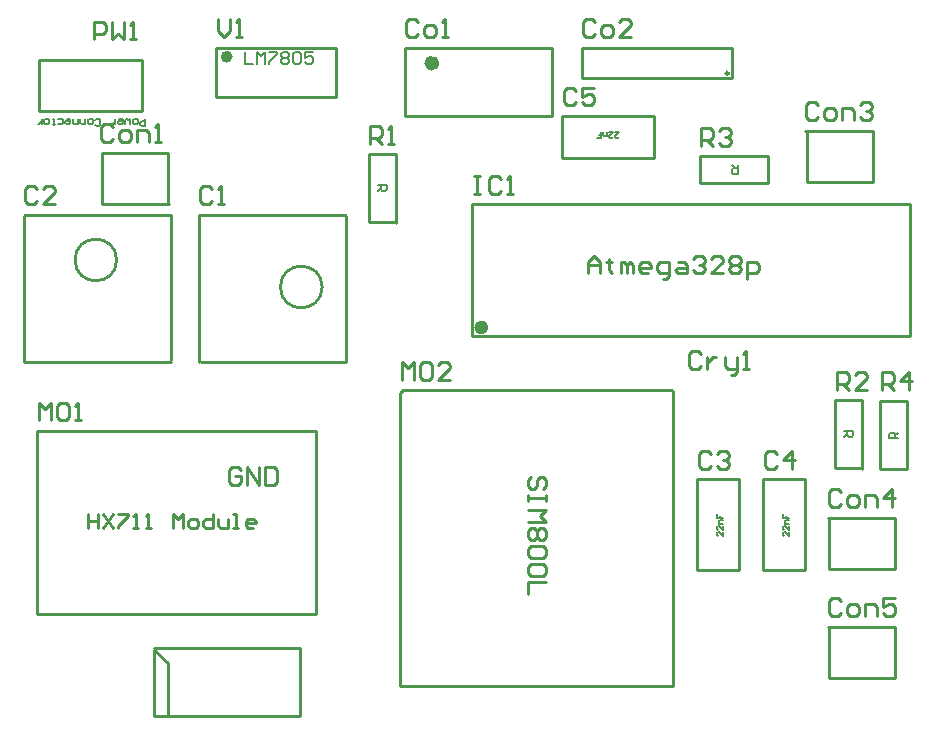
<source format=gto>
G04*
G04 #@! TF.GenerationSoftware,Altium Limited,Altium Designer,19.0.15 (446)*
G04*
G04 Layer_Color=65535*
%FSLAX44Y44*%
%MOMM*%
G71*
G01*
G75*
%ADD10C,0.5080*%
%ADD11C,0.2540*%
%ADD12C,0.7620*%
%ADD13C,0.6350*%
%ADD14C,0.1778*%
%ADD15C,0.1524*%
%ADD16C,0.1270*%
D10*
X594648Y1161449D02*
G03*
X594648Y1161449I-2540J0D01*
G01*
D11*
X498973Y989370D02*
G03*
X498973Y989370I-17643J0D01*
G01*
X672963Y966470D02*
G03*
X672963Y966470I-17643J0D01*
G01*
X1017270Y1147479D02*
G03*
X1017270Y1147479I-1270J0D01*
G01*
X433070Y1115060D02*
X520700D01*
X433070D02*
Y1158240D01*
X520700D01*
Y1115060D02*
Y1158240D01*
X431800Y689610D02*
Y844550D01*
Y689610D02*
X668020D01*
Y844550D01*
X431800D02*
X668020D01*
X1102360Y727349D02*
Y769259D01*
Y727349D02*
X1158240D01*
Y770529D01*
X1101090D02*
X1158240D01*
X583218Y1127160D02*
Y1169070D01*
Y1127160D02*
X684818D01*
Y1169070D01*
X583218D02*
X684818D01*
X542290Y1037590D02*
Y1079500D01*
X486410D02*
X542290D01*
X486410Y1036320D02*
Y1079500D01*
Y1036320D02*
X543560D01*
X530860Y660400D02*
X654050D01*
Y603250D02*
Y660400D01*
X530860Y603250D02*
X654050D01*
X530860D02*
Y659130D01*
X542290Y647700D01*
Y603250D02*
Y647700D01*
X420370Y903010D02*
X543560D01*
X544830D01*
Y904280D02*
Y1027470D01*
X421640D02*
X544830D01*
X420370Y1026200D02*
X421640Y1027470D01*
X420370Y903010D02*
Y1026200D01*
X568960Y904240D02*
Y1027430D01*
Y902970D02*
Y904240D01*
X570230Y902970D02*
X693420D01*
Y1026160D01*
X692150Y1027430D02*
X693420Y1026160D01*
X568960Y1027430D02*
X692150D01*
X970280Y628650D02*
Y877570D01*
X739140Y628650D02*
X970280D01*
X739140D02*
Y876300D01*
X741680Y878840D01*
X969010D01*
X970280Y877570D01*
X742950Y1111569D02*
Y1168718D01*
Y1111569D02*
X867410D01*
Y1168718D01*
X742950D02*
X867410D01*
X712470Y1078814D02*
X735470D01*
X712470Y1021080D02*
Y1078814D01*
Y1021080D02*
X735330D01*
X735470Y1020940D02*
Y1078814D01*
X1170940Y924560D02*
Y929640D01*
X800100Y924560D02*
X1170940D01*
X800100Y1036320D02*
X1170940D01*
Y929640D02*
Y1036320D01*
X800100Y924560D02*
Y1036320D01*
X990600Y726440D02*
X1026160D01*
Y803910D01*
X990600D02*
X1026160D01*
X990600Y726440D02*
Y803910D01*
X1083310Y1055009D02*
Y1096919D01*
Y1055009D02*
X1139190D01*
Y1098189D01*
X1082040D02*
X1139190D01*
X1046480Y726440D02*
X1082040D01*
Y803910D01*
X1046480D02*
X1082040D01*
X1046480Y726440D02*
Y803910D01*
X1050874Y1054100D02*
Y1077100D01*
X993140D02*
X1050874D01*
X993140Y1054240D02*
Y1077100D01*
X993000Y1054100D02*
X1050874D01*
X1107440Y870534D02*
X1130440D01*
X1107440Y812800D02*
Y870534D01*
Y812800D02*
X1130300D01*
X1130440Y812660D02*
Y870534D01*
X1145400Y812216D02*
X1168400D01*
Y869950D01*
X1145540D02*
X1168400D01*
X1145400Y812216D02*
Y870090D01*
X1102360Y635000D02*
Y676910D01*
Y635000D02*
X1158240D01*
Y678180D01*
X1101090D02*
X1158240D01*
X953770Y1075690D02*
Y1111250D01*
X876300D02*
X953770D01*
X876300Y1075690D02*
Y1111250D01*
Y1075690D02*
X953770D01*
X892810Y1143670D02*
X1019810D01*
X892810D02*
Y1169070D01*
X1019810D01*
Y1143670D02*
Y1169070D01*
X480060Y1176020D02*
Y1191255D01*
X487677D01*
X490217Y1188716D01*
Y1183637D01*
X487677Y1181098D01*
X480060D01*
X495295Y1191255D02*
Y1176020D01*
X500373Y1181098D01*
X505452Y1176020D01*
Y1191255D01*
X510530Y1176020D02*
X515608D01*
X513069D01*
Y1191255D01*
X510530Y1188716D01*
X433070Y853440D02*
Y868675D01*
X438148Y863597D01*
X443227Y868675D01*
Y853440D01*
X455923Y868675D02*
X450844D01*
X448305Y866136D01*
Y855979D01*
X450844Y853440D01*
X455923D01*
X458462Y855979D01*
Y866136D01*
X455923Y868675D01*
X463540Y853440D02*
X468619D01*
X466079D01*
Y868675D01*
X463540Y866136D01*
X604517Y811526D02*
X601978Y814065D01*
X596899D01*
X594360Y811526D01*
Y801369D01*
X596899Y798830D01*
X601978D01*
X604517Y801369D01*
Y806448D01*
X599438D01*
X609595Y798830D02*
Y814065D01*
X619752Y798830D01*
Y814065D01*
X624830D02*
Y798830D01*
X632448D01*
X634987Y801369D01*
Y811526D01*
X632448Y814065D01*
X624830D01*
X474980Y774696D02*
Y762000D01*
Y768348D01*
X483444D01*
Y774696D01*
Y762000D01*
X487676Y774696D02*
X496140Y762000D01*
Y774696D02*
X487676Y762000D01*
X500372Y774696D02*
X508836D01*
Y772580D01*
X500372Y764116D01*
Y762000D01*
X513068D02*
X517300D01*
X515184D01*
Y774696D01*
X513068Y772580D01*
X523648Y762000D02*
X527879D01*
X525764D01*
Y774696D01*
X523648Y772580D01*
X546923Y762000D02*
Y774696D01*
X551155Y770464D01*
X555387Y774696D01*
Y762000D01*
X561735D02*
X565967D01*
X568083Y764116D01*
Y768348D01*
X565967Y770464D01*
X561735D01*
X559619Y768348D01*
Y764116D01*
X561735Y762000D01*
X580779Y774696D02*
Y762000D01*
X574431D01*
X572315Y764116D01*
Y768348D01*
X574431Y770464D01*
X580779D01*
X585011D02*
Y764116D01*
X587127Y762000D01*
X593475D01*
Y770464D01*
X597707Y762000D02*
X601939D01*
X599823D01*
Y774696D01*
X597707D01*
X614635Y762000D02*
X610403D01*
X608287Y764116D01*
Y768348D01*
X610403Y770464D01*
X614635D01*
X616751Y768348D01*
Y766232D01*
X608287D01*
X1112136Y793004D02*
X1109596Y795543D01*
X1104518D01*
X1101979Y793004D01*
Y782847D01*
X1104518Y780308D01*
X1109596D01*
X1112136Y782847D01*
X1119753Y780308D02*
X1124832D01*
X1127371Y782847D01*
Y787925D01*
X1124832Y790464D01*
X1119753D01*
X1117214Y787925D01*
Y782847D01*
X1119753Y780308D01*
X1132449D02*
Y790464D01*
X1140067D01*
X1142606Y787925D01*
Y780308D01*
X1155302D02*
Y795543D01*
X1147684Y787925D01*
X1157841D01*
X993391Y909824D02*
X990852Y912363D01*
X985773D01*
X983234Y909824D01*
Y899667D01*
X985773Y897128D01*
X990852D01*
X993391Y899667D01*
X998469Y907285D02*
Y897128D01*
Y902206D01*
X1001008Y904745D01*
X1003547Y907285D01*
X1006087D01*
X1013704D02*
Y899667D01*
X1016243Y897128D01*
X1023861D01*
Y894589D01*
X1021322Y892050D01*
X1018783D01*
X1023861Y897128D02*
Y907285D01*
X1028939Y897128D02*
X1034018D01*
X1031478D01*
Y912363D01*
X1028939Y909824D01*
X584488Y1193194D02*
Y1183038D01*
X589566Y1177959D01*
X594645Y1183038D01*
Y1193194D01*
X599723Y1177959D02*
X604802D01*
X602262D01*
Y1193194D01*
X599723Y1190655D01*
X496313Y1102102D02*
X493773Y1104641D01*
X488695D01*
X486156Y1102102D01*
Y1091945D01*
X488695Y1089406D01*
X493773D01*
X496313Y1091945D01*
X503930Y1089406D02*
X509009D01*
X511548Y1091945D01*
Y1097023D01*
X509009Y1099563D01*
X503930D01*
X501391Y1097023D01*
Y1091945D01*
X503930Y1089406D01*
X516626D02*
Y1099563D01*
X524244D01*
X526783Y1097023D01*
Y1089406D01*
X531861D02*
X536940D01*
X534400D01*
Y1104641D01*
X531861Y1102102D01*
X431543Y1049056D02*
X429003Y1051595D01*
X423925D01*
X421386Y1049056D01*
Y1038899D01*
X423925Y1036360D01*
X429003D01*
X431543Y1038899D01*
X446778Y1036360D02*
X436621D01*
X446778Y1046517D01*
Y1049056D01*
X444239Y1051595D01*
X439160D01*
X436621Y1049056D01*
X580006Y1049143D02*
X577467Y1051682D01*
X572388D01*
X569849Y1049143D01*
Y1038986D01*
X572388Y1036447D01*
X577467D01*
X580006Y1038986D01*
X585084Y1036447D02*
X590162D01*
X587623D01*
Y1051682D01*
X585084Y1049143D01*
X740410Y887730D02*
Y902965D01*
X745488Y897887D01*
X750567Y902965D01*
Y887730D01*
X763263Y902965D02*
X758184D01*
X755645Y900426D01*
Y890269D01*
X758184Y887730D01*
X763263D01*
X765802Y890269D01*
Y900426D01*
X763263Y902965D01*
X781037Y887730D02*
X770880D01*
X781037Y897887D01*
Y900426D01*
X778498Y902965D01*
X773419D01*
X770880Y900426D01*
X859786Y795023D02*
X862325Y797562D01*
Y802641D01*
X859786Y805180D01*
X857247D01*
X854707Y802641D01*
Y797562D01*
X852168Y795023D01*
X849629D01*
X847090Y797562D01*
Y802641D01*
X849629Y805180D01*
X862325Y789945D02*
Y784867D01*
Y787406D01*
X847090D01*
Y789945D01*
Y784867D01*
Y777249D02*
X862325D01*
X857247Y772171D01*
X862325Y767092D01*
X847090D01*
X859786Y762014D02*
X862325Y759475D01*
Y754396D01*
X859786Y751857D01*
X857247D01*
X854707Y754396D01*
X852168Y751857D01*
X849629D01*
X847090Y754396D01*
Y759475D01*
X849629Y762014D01*
X852168D01*
X854707Y759475D01*
X857247Y762014D01*
X859786D01*
X854707Y759475D02*
Y754396D01*
X859786Y746779D02*
X862325Y744240D01*
Y739161D01*
X859786Y736622D01*
X849629D01*
X847090Y739161D01*
Y744240D01*
X849629Y746779D01*
X859786D01*
Y731544D02*
X862325Y729005D01*
Y723926D01*
X859786Y721387D01*
X849629D01*
X847090Y723926D01*
Y729005D01*
X849629Y731544D01*
X859786D01*
X862325Y716309D02*
X847090D01*
Y706152D01*
X754377Y1190558D02*
X751837Y1193098D01*
X746759D01*
X744220Y1190558D01*
Y1180402D01*
X746759Y1177863D01*
X751837D01*
X754377Y1180402D01*
X761994Y1177863D02*
X767073D01*
X769612Y1180402D01*
Y1185480D01*
X767073Y1188019D01*
X761994D01*
X759455Y1185480D01*
Y1180402D01*
X761994Y1177863D01*
X774690D02*
X779769D01*
X777229D01*
Y1193098D01*
X774690Y1190558D01*
X713740Y1087628D02*
Y1102863D01*
X721357D01*
X723897Y1100324D01*
Y1095246D01*
X721357Y1092706D01*
X713740D01*
X718818D02*
X723897Y1087628D01*
X728975D02*
X734053D01*
X731514D01*
Y1102863D01*
X728975Y1100324D01*
X801370Y1060445D02*
X806448D01*
X803909D01*
Y1045210D01*
X801370D01*
X806448D01*
X824223Y1057906D02*
X821683Y1060445D01*
X816605D01*
X814066Y1057906D01*
Y1047749D01*
X816605Y1045210D01*
X821683D01*
X824223Y1047749D01*
X829301Y1045210D02*
X834379D01*
X831840D01*
Y1060445D01*
X829301Y1057906D01*
X897890Y977900D02*
Y988057D01*
X902968Y993135D01*
X908047Y988057D01*
Y977900D01*
Y985518D01*
X897890D01*
X915664Y990596D02*
Y988057D01*
X913125D01*
X918203D01*
X915664D01*
Y980439D01*
X918203Y977900D01*
X925821D02*
Y988057D01*
X928360D01*
X930899Y985518D01*
Y977900D01*
Y985518D01*
X933438Y988057D01*
X935978Y985518D01*
Y977900D01*
X948674D02*
X943595D01*
X941056Y980439D01*
Y985518D01*
X943595Y988057D01*
X948674D01*
X951213Y985518D01*
Y982978D01*
X941056D01*
X961369Y972822D02*
X963909D01*
X966448Y975361D01*
Y988057D01*
X958830D01*
X956291Y985518D01*
Y980439D01*
X958830Y977900D01*
X966448D01*
X974065Y988057D02*
X979144D01*
X981683Y985518D01*
Y977900D01*
X974065D01*
X971526Y980439D01*
X974065Y982978D01*
X981683D01*
X986761Y990596D02*
X989300Y993135D01*
X994379D01*
X996918Y990596D01*
Y988057D01*
X994379Y985518D01*
X991840D01*
X994379D01*
X996918Y982978D01*
Y980439D01*
X994379Y977900D01*
X989300D01*
X986761Y980439D01*
X1012153Y977900D02*
X1001996D01*
X1012153Y988057D01*
Y990596D01*
X1009614Y993135D01*
X1004536D01*
X1001996Y990596D01*
X1017231D02*
X1019771Y993135D01*
X1024849D01*
X1027388Y990596D01*
Y988057D01*
X1024849Y985518D01*
X1027388Y982978D01*
Y980439D01*
X1024849Y977900D01*
X1019771D01*
X1017231Y980439D01*
Y982978D01*
X1019771Y985518D01*
X1017231Y988057D01*
Y990596D01*
X1019771Y985518D02*
X1024849D01*
X1032467Y972822D02*
Y988057D01*
X1040084D01*
X1042623Y985518D01*
Y980439D01*
X1040084Y977900D01*
X1032467D01*
X1001900Y825369D02*
X999361Y827908D01*
X994282D01*
X991743Y825369D01*
Y815212D01*
X994282Y812673D01*
X999361D01*
X1001900Y815212D01*
X1006978Y825369D02*
X1009517Y827908D01*
X1014596D01*
X1017135Y825369D01*
Y822830D01*
X1014596Y820291D01*
X1012056D01*
X1014596D01*
X1017135Y817751D01*
Y815212D01*
X1014596Y812673D01*
X1009517D01*
X1006978Y815212D01*
X1093213Y1120791D02*
X1090674Y1123330D01*
X1085595D01*
X1083056Y1120791D01*
Y1110634D01*
X1085595Y1108095D01*
X1090674D01*
X1093213Y1110634D01*
X1100830Y1108095D02*
X1105909D01*
X1108448Y1110634D01*
Y1115712D01*
X1105909Y1118251D01*
X1100830D01*
X1098291Y1115712D01*
Y1110634D01*
X1100830Y1108095D01*
X1113526D02*
Y1118251D01*
X1121144D01*
X1123683Y1115712D01*
Y1108095D01*
X1128761Y1120791D02*
X1131300Y1123330D01*
X1136379D01*
X1138918Y1120791D01*
Y1118251D01*
X1136379Y1115712D01*
X1133840D01*
X1136379D01*
X1138918Y1113173D01*
Y1110634D01*
X1136379Y1108095D01*
X1131300D01*
X1128761Y1110634D01*
X1057780Y825369D02*
X1055240Y827908D01*
X1050162D01*
X1047623Y825369D01*
Y815212D01*
X1050162Y812673D01*
X1055240D01*
X1057780Y815212D01*
X1070476Y812673D02*
Y827908D01*
X1062858Y820291D01*
X1073015D01*
X994156Y1085990D02*
Y1101225D01*
X1001774D01*
X1004313Y1098686D01*
Y1093607D01*
X1001774Y1091068D01*
X994156D01*
X999234D02*
X1004313Y1085990D01*
X1009391Y1098686D02*
X1011930Y1101225D01*
X1017009D01*
X1019548Y1098686D01*
Y1096146D01*
X1017009Y1093607D01*
X1014469D01*
X1017009D01*
X1019548Y1091068D01*
Y1088529D01*
X1017009Y1085990D01*
X1011930D01*
X1009391Y1088529D01*
X1108710Y879348D02*
Y894583D01*
X1116328D01*
X1118867Y892044D01*
Y886965D01*
X1116328Y884426D01*
X1108710D01*
X1113788D02*
X1118867Y879348D01*
X1134102D02*
X1123945D01*
X1134102Y889505D01*
Y892044D01*
X1131563Y894583D01*
X1126484D01*
X1123945Y892044D01*
X1146683Y878967D02*
Y894202D01*
X1154301D01*
X1156840Y891663D01*
Y886584D01*
X1154301Y884045D01*
X1146683D01*
X1151761D02*
X1156840Y878967D01*
X1169536D02*
Y894202D01*
X1161918Y886584D01*
X1172075D01*
X1112136Y700655D02*
X1109596Y703194D01*
X1104518D01*
X1101979Y700655D01*
Y690498D01*
X1104518Y687959D01*
X1109596D01*
X1112136Y690498D01*
X1119753Y687959D02*
X1124831D01*
X1127371Y690498D01*
Y695576D01*
X1124831Y698116D01*
X1119753D01*
X1117214Y695576D01*
Y690498D01*
X1119753Y687959D01*
X1132449D02*
Y698116D01*
X1140067D01*
X1142606Y695576D01*
Y687959D01*
X1157841Y703194D02*
X1147684D01*
Y695576D01*
X1152763Y698116D01*
X1155302D01*
X1157841Y695576D01*
Y690498D01*
X1155302Y687959D01*
X1150223D01*
X1147684Y690498D01*
X887727Y1132836D02*
X885188Y1135375D01*
X880109D01*
X877570Y1132836D01*
Y1122679D01*
X880109Y1120140D01*
X885188D01*
X887727Y1122679D01*
X902962Y1135375D02*
X892805D01*
Y1127757D01*
X897883Y1130297D01*
X900423D01*
X902962Y1127757D01*
Y1122679D01*
X900423Y1120140D01*
X895344D01*
X892805Y1122679D01*
X904237Y1190655D02*
X901697Y1193194D01*
X896619D01*
X894080Y1190655D01*
Y1180499D01*
X896619Y1177959D01*
X901697D01*
X904237Y1180499D01*
X911854Y1177959D02*
X916933D01*
X919472Y1180499D01*
Y1185577D01*
X916933Y1188116D01*
X911854D01*
X909315Y1185577D01*
Y1180499D01*
X911854Y1177959D01*
X934707D02*
X924550D01*
X934707Y1188116D01*
Y1190655D01*
X932168Y1193194D01*
X927089D01*
X924550Y1190655D01*
D12*
X768350Y1156019D02*
G03*
X768350Y1156019I-2540J0D01*
G01*
D13*
X810260Y932180D02*
G03*
X810260Y932180I-2540J0D01*
G01*
D14*
X523240Y1108710D02*
Y1102362D01*
X520066D01*
X519008Y1103420D01*
Y1105536D01*
X520066Y1106594D01*
X523240D01*
X515834Y1108710D02*
X513718D01*
X512660Y1107652D01*
Y1105536D01*
X513718Y1104478D01*
X515834D01*
X516892Y1105536D01*
Y1107652D01*
X515834Y1108710D01*
X510544Y1104478D02*
Y1107652D01*
X509486Y1108710D01*
X508428Y1107652D01*
X507370Y1108710D01*
X506312Y1107652D01*
Y1104478D01*
X501022Y1108710D02*
X503138D01*
X504196Y1107652D01*
Y1105536D01*
X503138Y1104478D01*
X501022D01*
X499964Y1105536D01*
Y1106594D01*
X504196D01*
X497848Y1104478D02*
Y1108710D01*
Y1106594D01*
X496790Y1105536D01*
X495732Y1104478D01*
X494674D01*
X480920Y1103420D02*
X481978Y1102362D01*
X484094D01*
X485152Y1103420D01*
Y1107652D01*
X484094Y1108710D01*
X481978D01*
X480920Y1107652D01*
X477746Y1108710D02*
X475630D01*
X474572Y1107652D01*
Y1105536D01*
X475630Y1104478D01*
X477746D01*
X478804Y1105536D01*
Y1107652D01*
X477746Y1108710D01*
X472457D02*
Y1104478D01*
X469282D01*
X468224Y1105536D01*
Y1108710D01*
X466109D02*
Y1104478D01*
X462934D01*
X461876Y1105536D01*
Y1108710D01*
X456587D02*
X458703D01*
X459761Y1107652D01*
Y1105536D01*
X458703Y1104478D01*
X456587D01*
X455529Y1105536D01*
Y1106594D01*
X459761D01*
X449181Y1104478D02*
X452355D01*
X453413Y1105536D01*
Y1107652D01*
X452355Y1108710D01*
X449181D01*
X446007Y1103420D02*
Y1104478D01*
X447065D01*
X444949D01*
X446007D01*
Y1107652D01*
X444949Y1108710D01*
X440717D02*
X438601D01*
X437543Y1107652D01*
Y1105536D01*
X438601Y1104478D01*
X440717D01*
X441775Y1105536D01*
Y1107652D01*
X440717Y1108710D01*
X435427Y1104478D02*
Y1108710D01*
Y1106594D01*
X434369Y1105536D01*
X433311Y1104478D01*
X432253D01*
D15*
X607348Y1165256D02*
Y1155099D01*
X614119D01*
X617505D02*
Y1165256D01*
X620890Y1161870D01*
X624276Y1165256D01*
Y1155099D01*
X627662Y1165256D02*
X634433D01*
Y1163563D01*
X627662Y1156792D01*
Y1155099D01*
X637818Y1163563D02*
X639511Y1165256D01*
X642897D01*
X644589Y1163563D01*
Y1161870D01*
X642897Y1160178D01*
X644589Y1158485D01*
Y1156792D01*
X642897Y1155099D01*
X639511D01*
X637818Y1156792D01*
Y1158485D01*
X639511Y1160178D01*
X637818Y1161870D01*
Y1163563D01*
X639511Y1160178D02*
X642897D01*
X647975Y1163563D02*
X649668Y1165256D01*
X653053D01*
X654746Y1163563D01*
Y1156792D01*
X653053Y1155099D01*
X649668D01*
X647975Y1156792D01*
Y1163563D01*
X664903Y1165256D02*
X658132D01*
Y1160178D01*
X661517Y1161870D01*
X663210D01*
X664903Y1160178D01*
Y1156792D01*
X663210Y1155099D01*
X659825D01*
X658132Y1156792D01*
D16*
X720090Y1052830D02*
X727708D01*
Y1049021D01*
X726438Y1047752D01*
X723899D01*
X722629Y1049021D01*
Y1052830D01*
Y1050291D02*
X720090Y1047752D01*
X1012190Y759036D02*
Y755650D01*
X1008804Y759036D01*
X1007958D01*
X1007112Y758189D01*
Y756496D01*
X1007958Y755650D01*
X1012190Y764114D02*
Y760728D01*
X1008804Y764114D01*
X1007958D01*
X1007112Y763268D01*
Y761575D01*
X1007958Y760728D01*
X1012190Y765807D02*
X1008804D01*
Y768346D01*
X1009651Y769192D01*
X1012190D01*
X1007112Y774271D02*
Y770885D01*
X1009651D01*
Y772578D01*
Y770885D01*
X1012190D01*
X1068070Y759036D02*
Y755650D01*
X1064684Y759036D01*
X1063838D01*
X1062992Y758189D01*
Y756496D01*
X1063838Y755650D01*
X1068070Y764114D02*
Y760728D01*
X1064684Y764114D01*
X1063838D01*
X1062992Y763268D01*
Y761575D01*
X1063838Y760728D01*
X1068070Y765807D02*
X1064684D01*
Y768346D01*
X1065531Y769192D01*
X1068070D01*
X1062992Y774271D02*
Y770885D01*
X1065531D01*
Y772578D01*
Y770885D01*
X1068070D01*
X1024890Y1069480D02*
Y1061862D01*
X1021081D01*
X1019812Y1063132D01*
Y1065671D01*
X1021081Y1066941D01*
X1024890D01*
X1022351D02*
X1019812Y1069480D01*
X1115060Y844550D02*
X1122678D01*
Y840741D01*
X1121408Y839472D01*
X1118869D01*
X1117599Y840741D01*
Y844550D01*
Y842011D02*
X1115060Y839472D01*
X1160780Y838200D02*
X1153163D01*
Y842009D01*
X1154432Y843278D01*
X1156971D01*
X1158241Y842009D01*
Y838200D01*
Y840739D02*
X1160780Y843278D01*
X921174Y1097280D02*
X924560D01*
X921174Y1093894D01*
Y1093048D01*
X922021Y1092202D01*
X923714D01*
X924560Y1093048D01*
X916096Y1097280D02*
X919482D01*
X916096Y1093894D01*
Y1093048D01*
X916943Y1092202D01*
X918635D01*
X919482Y1093048D01*
X914403Y1097280D02*
Y1093894D01*
X911864D01*
X911018Y1094741D01*
Y1097280D01*
X905939Y1092202D02*
X909325D01*
Y1094741D01*
X907632D01*
X909325D01*
Y1097280D01*
M02*

</source>
